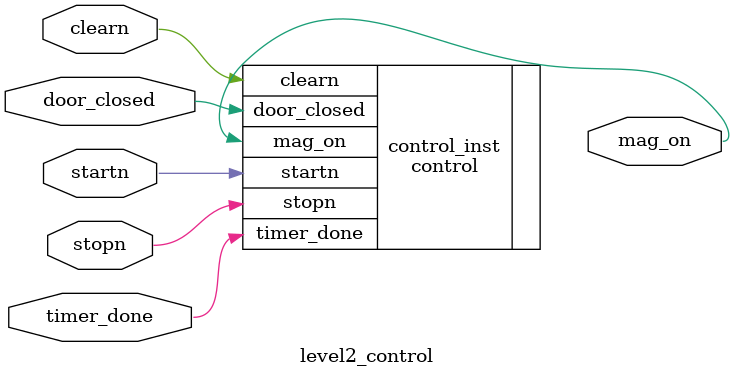
<source format=v>
`include "control.v"

module level2_control (
    input wire startn, stopn, clearn, door_closed, timer_done,
    output wire mag_on
);

control control_inst(
    .startn(startn),
    .stopn(stopn),
    .clearn(clearn),
    .door_closed(door_closed),
    .timer_done(timer_done),
    .mag_on(mag_on)
);

endmodule

</source>
